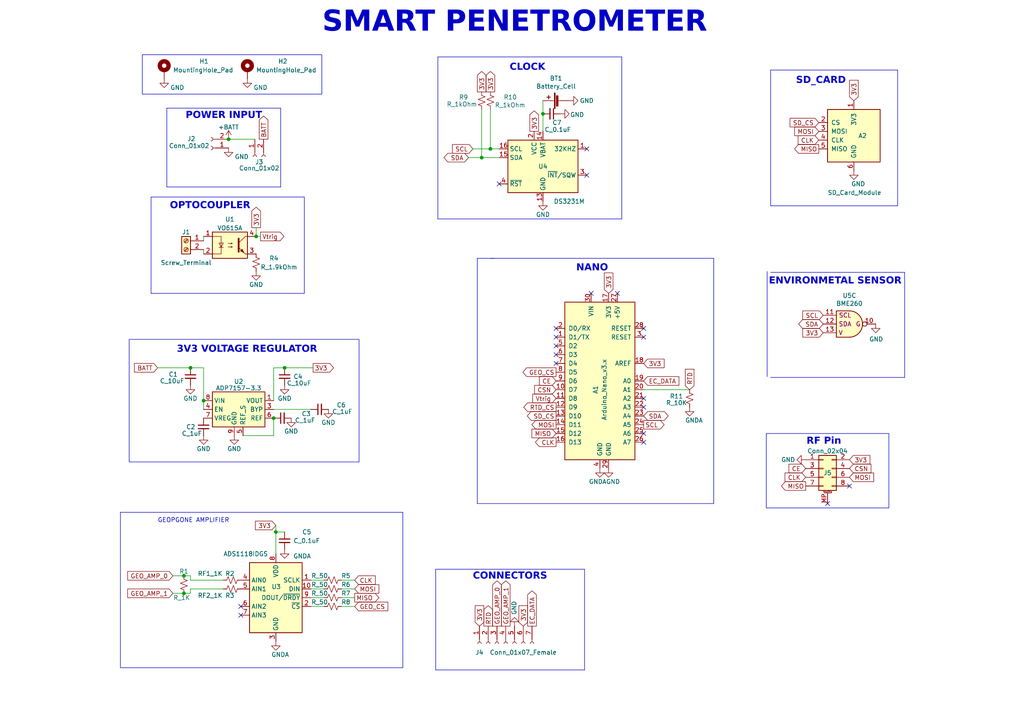
<source format=kicad_sch>
(kicad_sch (version 20230121) (generator eeschema)
  (paper "A4")
  (title_block (title "PENETROMETER BOARD") (date "2023-05-05") (company "ARTS LAB") (comment 1 "Designer: Malichi Flemming II"))
  (lib_symbols
    (symbol "4xxx:4023" (pin_names (offset 1.016))
      (property "Reference" "U" (at 0 1.27 0))
      (property "Value" "4023" (at 0 -1.27 0))
      (symbol "4023_1_1"
        (arc (start 0 -3.81) (mid 3.7934 0) (end 0 3.81) (stroke (width 0.254)) (fill (type background)))
        (polyline (pts (xy 0 3.81) (xy -3.81 3.81) (xy -3.81 -3.81) (xy 0 -3.81)) (stroke (width 0.254)) (fill (type background)))
        (pin input line (at -7.62 2.54 0) (length 3.81) (name "~") (number "1"))
        (pin input line (at -7.62 0 0) (length 3.81) (name "~") (number "2"))
        (pin input line (at -7.62 -2.54 0) (length 3.81) (name "~") (number "8"))
        (pin output inverted (at 7.62 0 180) (length 3.81) (name "~") (number "9"))
      )
      (symbol "4023_1_2"
        (arc (start -3.81 -3.81) (mid -2.589 0) (end -3.81 3.81) (stroke (width 0.254)))
        (arc (start -0.6096 -3.81) (mid 2.1842 -2.5851) (end 3.81 0) (stroke (width 0.254)) (fill (type background)))
        (polyline (pts (xy -3.81 -3.81) (xy -0.635 -3.81)) (stroke (width 0.254)) (fill (type background)))
        (polyline (pts (xy -3.81 3.81) (xy -0.635 3.81)) (stroke (width 0.254)) (fill (type background)))
        (polyline (pts (xy -0.635 3.81) (xy -3.81 3.81) (xy -3.81 3.81) (xy -3.556 3.4036) (xy -3.0226 2.2606) (xy -2.6924 1.0414) (xy -2.6162 -0.254) (xy -2.7686 -1.4986) (xy -3.175 -2.7178) (xy -3.81 -3.81) (xy -3.81 -3.81) (xy -0.635 -3.81)) (stroke (width -25.4)) (fill (type background)))
        (arc (start 3.81 0) (mid 2.1915 2.5936) (end -0.6096 3.81) (stroke (width 0.254)) (fill (type background)))
        (pin input inverted (at -7.62 2.54 0) (length 4.318) (name "~") (number "1"))
        (pin input inverted (at -7.62 0 0) (length 4.953) (name "~") (number "2"))
        (pin input inverted (at -7.62 -2.54 0) (length 4.318) (name "~") (number "8"))
        (pin output line (at 7.62 0 180) (length 3.81) (name "~") (number "9"))
      )
      (symbol "4023_2_1"
        (arc (start 0 -3.81) (mid 3.7934 0) (end 0 3.81) (stroke (width 0.254)) (fill (type background)))
        (polyline (pts (xy 0 3.81) (xy -3.81 3.81) (xy -3.81 -3.81) (xy 0 -3.81)) (stroke (width 0.254)) (fill (type background)))
        (pin input line (at -7.62 2.54 0) (length 3.81) (name "~") (number "3"))
        (pin input line (at -7.62 0 0) (length 3.81) (name "~") (number "4"))
        (pin input line (at -7.62 -2.54 0) (length 3.81) (name "~") (number "5"))
        (pin output inverted (at 7.62 0 180) (length 3.81) (name "~") (number "6"))
      )
      (symbol "4023_2_2"
        (arc (start -3.81 -3.81) (mid -2.589 0) (end -3.81 3.81) (stroke (width 0.254)))
        (arc (start -0.6096 -3.81) (mid 2.1842 -2.5851) (end 3.81 0) (stroke (width 0.254)) (fill (type background)))
        (polyline (pts (xy -3.81 -3.81) (xy -0.635 -3.81)) (stroke (width 0.254)) (fill (type background)))
        (polyline (pts (xy -3.81 3.81) (xy -0.635 3.81)) (stroke (width 0.254)) (fill (type background)))
        (polyline (pts (xy -0.635 3.81) (xy -3.81 3.81) (xy -3.81 3.81) (xy -3.556 3.4036) (xy -3.0226 2.2606) (xy -2.6924 1.0414) (xy -2.6162 -0.254) (xy -2.7686 -1.4986) (xy -3.175 -2.7178) (xy -3.81 -3.81) (xy -3.81 -3.81) (xy -0.635 -3.81)) (stroke (width -25.4)) (fill (type background)))
        (arc (start 3.81 0) (mid 2.1915 2.5936) (end -0.6096 3.81) (stroke (width 0.254)) (fill (type background)))
        (pin input inverted (at -7.62 2.54 0) (length 4.318) (name "~") (number "3"))
        (pin input inverted (at -7.62 0 0) (length 4.953) (name "~") (number "4"))
        (pin input inverted (at -7.62 -2.54 0) (length 4.318) (name "~") (number "5"))
        (pin output line (at 7.62 0 180) (length 3.81) (name "~") (number "6"))
      )
      (symbol "4023_3_1"
        (arc (start 0 -3.81) (mid 3.7934 0) (end 0 3.81) (stroke (width 0.254)) (fill (type background)))
        (polyline (pts (xy 0 3.81) (xy -3.81 3.81) (xy -3.81 -3.81) (xy 0 -3.81)) (stroke (width 0.254)) (fill (type background)))
        (pin output inverted (at 7.62 0 180) (length 3.81) (name "~") (number "10"))
        (pin input line (at -7.62 2.54 0) (length 3.81) (name "~") (number "11"))
        (pin input line (at -7.62 0 0) (length 3.81) (name "~") (number "12"))
        (pin input line (at -7.62 -2.54 0) (length 3.81) (name "~") (number "13"))
      )
      (symbol "4023_3_2"
        (arc (start -3.81 -3.81) (mid -2.589 0) (end -3.81 3.81) (stroke (width 0.254)))
        (arc (start -0.6096 -3.81) (mid 2.1842 -2.5851) (end 3.81 0) (stroke (width 0.254)) (fill (type background)))
        (polyline (pts (xy -3.81 -3.81) (xy -0.635 -3.81)) (stroke (width 0.254)) (fill (type background)))
        (polyline (pts (xy -3.81 3.81) (xy -0.635 3.81)) (stroke (width 0.254)) (fill (type background)))
        (polyline (pts (xy -0.635 3.81) (xy -3.81 3.81) (xy -3.81 3.81) (xy -3.556 3.4036) (xy -3.0226 2.2606) (xy -2.6924 1.0414) (xy -2.6162 -0.254) (xy -2.7686 -1.4986) (xy -3.175 -2.7178) (xy -3.81 -3.81) (xy -3.81 -3.81) (xy -0.635 -3.81)) (stroke (width -25.4)) (fill (type background)))
        (arc (start 3.81 0) (mid 2.1915 2.5936) (end -0.6096 3.81) (stroke (width 0.254)) (fill (type background)))
        (pin output line (at 7.62 0 180) (length 3.81) (name "~") (number "10"))
        (pin input inverted (at -7.62 2.54 0) (length 4.318) (name "~") (number "11"))
        (pin input inverted (at -7.62 0 0) (length 4.953) (name "~") (number "12"))
        (pin input inverted (at -7.62 -2.54 0) (length 4.318) (name "~") (number "13"))
      )
      (symbol "4023_4_0"
        (pin power_in line (at 0 12.7 270) (length 5.08) (name "VDD") (number "14"))
        (pin power_in line (at 0 -12.7 90) (length 5.08) (name "VSS") (number "7"))
      )
      (symbol "4023_4_1"
        (rectangle (start -5.08 7.62) (end 5.08 -7.62) (stroke (width 0.254)) (fill (type background)))
      )
    )
    (symbol "Analog_ADC:ADS1118IDGS"
      (property "Reference" "U" (at 1.27 13.97 0))
      (property "Value" "ADS1118IDGS" (at 1.27 11.43 0))
      (symbol "ADS1118IDGS_0_1"
        (rectangle (start 7.62 10.16) (end -7.62 -10.16) (stroke (width 0.254)) (fill (type background)))
      )
      (symbol "ADS1118IDGS_1_1"
        (pin input line (at 10.16 5.08 180) (length 2.54) (name "SCLK") (number "1"))
        (pin input line (at 10.16 2.54 180) (length 2.54) (name "DIN") (number "10"))
        (pin input line (at 10.16 -2.54 180) (length 2.54) (name "~{CS}") (number "2"))
        (pin power_in line (at 0 -12.7 90) (length 2.54) (name "GND") (number "3"))
        (pin input line (at -10.16 5.08 0) (length 2.54) (name "AIN0") (number "4"))
        (pin input line (at -10.16 2.54 0) (length 2.54) (name "AIN1") (number "5"))
        (pin input line (at -10.16 -2.54 0) (length 2.54) (name "AIN2") (number "6"))
        (pin input line (at -10.16 -5.08 0) (length 2.54) (name "AIN3") (number "7"))
        (pin power_in line (at 0 12.7 270) (length 2.54) (name "VDD") (number "8"))
        (pin output line (at 10.16 0 180) (length 2.54) (name "DOUT/~{DRDY}") (number "9"))
      )
    )
    (symbol "Connector:Conn_01x02_Female" (pin_names (offset 1.016) hide)
      (property "Reference" "J" (at 0 2.54 0))
      (property "Value" "Conn_01x02_Female" (at 0 -5.08 0))
      (symbol "Conn_01x02_Female_1_1"
        (arc (start 0 -2.032) (mid -0.5058 -2.54) (end 0 -3.048) (stroke (width 0.1524)))
        (polyline (pts (xy -1.27 -2.54) (xy -0.508 -2.54)) (stroke (width 0.1524)))
        (polyline (pts (xy -1.27 0) (xy -0.508 0)) (stroke (width 0.1524)))
        (arc (start 0 0.508) (mid -0.5058 0) (end 0 -0.508) (stroke (width 0.1524)))
        (pin passive line (at -5.08 0 0) (length 3.81) (name "Pin_1") (number "1"))
        (pin passive line (at -5.08 -2.54 0) (length 3.81) (name "Pin_2") (number "2"))
      )
    )
    (symbol "Connector:Conn_01x07_Female" (pin_names (offset 1.016) hide)
      (property "Reference" "J" (at 0 10.16 0))
      (property "Value" "Conn_01x07_Female" (at 0 -10.16 0))
      (symbol "Conn_01x07_Female_1_1"
        (arc (start 0 -7.112) (mid -0.5058 -7.62) (end 0 -8.128) (stroke (width 0.1524)))
        (arc (start 0 -4.572) (mid -0.5058 -5.08) (end 0 -5.588) (stroke (width 0.1524)))
        (arc (start 0 -2.032) (mid -0.5058 -2.54) (end 0 -3.048) (stroke (width 0.1524)))
        (polyline (pts (xy -1.27 -7.62) (xy -0.508 -7.62)) (stroke (width 0.1524)))
        (polyline (pts (xy -1.27 -5.08) (xy -0.508 -5.08)) (stroke (width 0.1524)))
        (polyline (pts (xy -1.27 -2.54) (xy -0.508 -2.54)) (stroke (width 0.1524)))
        (polyline (pts (xy -1.27 0) (xy -0.508 0)) (stroke (width 0.1524)))
        (polyline (pts (xy -1.27 2.54) (xy -0.508 2.54)) (stroke (width 0.1524)))
        (polyline (pts (xy -1.27 5.08) (xy -0.508 5.08)) (stroke (width 0.1524)))
        (polyline (pts (xy -1.27 7.62) (xy -0.508 7.62)) (stroke (width 0.1524)))
        (arc (start 0 0.508) (mid -0.5058 0) (end 0 -0.508) (stroke (width 0.1524)))
        (arc (start 0 3.048) (mid -0.5058 2.54) (end 0 2.032) (stroke (width 0.1524)))
        (arc (start 0 5.588) (mid -0.5058 5.08) (end 0 4.572) (stroke (width 0.1524)))
        (arc (start 0 8.128) (mid -0.5058 7.62) (end 0 7.112) (stroke (width 0.1524)))
        (pin passive line (at -5.08 7.62 0) (length 3.81) (name "Pin_1") (number "1"))
        (pin passive line (at -5.08 5.08 0) (length 3.81) (name "Pin_2") (number "2"))
        (pin passive line (at -5.08 2.54 0) (length 3.81) (name "Pin_3") (number "3"))
        (pin passive line (at -5.08 0 0) (length 3.81) (name "Pin_4") (number "4"))
        (pin passive line (at -5.08 -2.54 0) (length 3.81) (name "Pin_5") (number "5"))
        (pin passive line (at -5.08 -5.08 0) (length 3.81) (name "Pin_6") (number "6"))
        (pin passive line (at -5.08 -7.62 0) (length 3.81) (name "Pin_7") (number "7"))
      )
    )
    (symbol "Connector:Screw_Terminal_01x02" (pin_names (offset 1.016) hide)
      (property "Reference" "J" (at 0 2.54 0))
      (property "Value" "Screw_Terminal_01x02" (at 0 -5.08 0))
      (symbol "Screw_Terminal_01x02_1_1"
        (rectangle (start -1.27 1.27) (end 1.27 -3.81) (stroke (width 0.254)) (fill (type background)))
        (circle (center 0 -2.54) (radius 0.635) (stroke (width 0.1524)))
        (polyline (pts (xy -0.5334 -2.2098) (xy 0.3302 -3.048)) (stroke (width 0.1524)))
        (polyline (pts (xy -0.5334 0.3302) (xy 0.3302 -0.508)) (stroke (width 0.1524)))
        (polyline (pts (xy -0.3556 -2.032) (xy 0.508 -2.8702)) (stroke (width 0.1524)))
        (polyline (pts (xy -0.3556 0.508) (xy 0.508 -0.3302)) (stroke (width 0.1524)))
        (circle (center 0 0) (radius 0.635) (stroke (width 0.1524)))
        (pin passive line (at -5.08 0 0) (length 3.81) (name "Pin_1") (number "1"))
        (pin passive line (at -5.08 -2.54 0) (length 3.81) (name "Pin_2") (number "2"))
      )
    )
    (symbol "Connector_Generic_MountingPin:Conn_02x04_Odd_Even_MountingPin" (pin_names (offset 1.016) hide)
      (property "Reference" "J" (at 1.27 5.08 0))
      (property "Value" "Conn_02x04_Odd_Even_MountingPin" (at 2.54 -7.62 0))
      (symbol "Conn_02x04_Odd_Even_MountingPin_1_1"
        (rectangle (start -1.27 -4.953) (end 0 -5.207) (stroke (width 0.1524)))
        (rectangle (start -1.27 -2.413) (end 0 -2.667) (stroke (width 0.1524)))
        (rectangle (start -1.27 0.127) (end 0 -0.127) (stroke (width 0.1524)))
        (rectangle (start -1.27 2.667) (end 0 2.413) (stroke (width 0.1524)))
        (rectangle (start -1.27 3.81) (end 3.81 -6.35) (stroke (width 0.254)) (fill (type background)))
        (polyline (pts (xy 0.254 -7.112) (xy 2.286 -7.112)) (stroke (width 0.1524)))
        (rectangle (start 3.81 -4.953) (end 2.54 -5.207) (stroke (width 0.1524)))
        (rectangle (start 3.81 -2.413) (end 2.54 -2.667) (stroke (width 0.1524)))
        (rectangle (start 3.81 0.127) (end 2.54 -0.127) (stroke (width 0.1524)))
        (rectangle (start 3.81 2.667) (end 2.54 2.413) (stroke (width 0.1524)))
        (text "Mounting" (at 1.27 -6.731 0) (effects (font (size 0.381 0.381))))
        (pin passive line (at -5.08 2.54 0) (length 3.81) (name "Pin_1") (number "1"))
        (pin passive line (at 7.62 2.54 180) (length 3.81) (name "Pin_2") (number "2"))
        (pin passive line (at -5.08 0 0) (length 3.81) (name "Pin_3") (number "3"))
        (pin passive line (at 7.62 0 180) (length 3.81) (name "Pin_4") (number "4"))
        (pin passive line (at -5.08 -2.54 0) (length 3.81) (name "Pin_5") (number "5"))
        (pin passive line (at 7.62 -2.54 180) (length 3.81) (name "Pin_6") (number "6"))
        (pin passive line (at -5.08 -5.08 0) (length 3.81) (name "Pin_7") (number "7"))
        (pin passive line (at 7.62 -5.08 180) (length 3.81) (name "Pin_8") (number "8"))
        (pin passive line (at 1.27 -10.16 90) (length 3.048) (name "MountPin") (number "MP"))
      )
    )
    (symbol "Device:Battery_Cell" (pin_numbers hide) (pin_names (offset 0) hide)
      (property "Reference" "BT" (at 2.54 2.54 0))
      (property "Value" "Battery_Cell" (at 2.54 0 0))
      (symbol "Battery_Cell_0_1"
        (rectangle (start -2.286 1.778) (end 2.286 1.524) (fill (type outline)))
        (rectangle (start -1.5748 1.1938) (end 1.4732 0.6858) (fill (type outline)))
        (polyline (pts (xy 0 0.762) (xy 0 0)))
        (polyline (pts (xy 0 1.778) (xy 0 2.54)))
        (polyline (pts (xy 0.508 3.429) (xy 1.524 3.429)) (stroke (width 0.254)))
        (polyline (pts (xy 1.016 3.937) (xy 1.016 2.921)) (stroke (width 0.254)))
      )
      (symbol "Battery_Cell_1_1"
        (pin passive line (at 0 5.08 270) (length 2.54) (name "+") (number "1"))
        (pin passive line (at 0 -2.54 90) (length 2.54) (name "-") (number "2"))
      )
    )
    (symbol "Device:C_Small" (pin_numbers hide) (pin_names (offset 0.254) hide)
      (property "Reference" "C" (at 0.254 1.778 0))
      (property "Value" "C_Small" (at 0.254 -2.032 0))
      (symbol "C_Small_0_1"
        (polyline (pts (xy -1.524 -0.508) (xy 1.524 -0.508)) (stroke (width 0.3302)))
        (polyline (pts (xy -1.524 0.508) (xy 1.524 0.508)) (stroke (width 0.3048)))
      )
      (symbol "C_Small_1_1"
        (pin passive line (at 0 2.54 270) (length 2.032) (name "~") (number "1"))
        (pin passive line (at 0 -2.54 90) (length 2.032) (name "~") (number "2"))
      )
    )
    (symbol "Device:R_Small_US" (pin_numbers hide) (pin_names (offset 0.254) hide)
      (property "Reference" "R" (at 0.762 0.508 0))
      (property "Value" "R_Small_US" (at 0.762 -1.016 0))
      (symbol "R_Small_US_1_1"
        (polyline (pts (xy 0 0) (xy 1.016 -0.381) (xy 0 -0.762) (xy -1.016 -1.143) (xy 0 -1.524)))
        (polyline (pts (xy 0 1.524) (xy 1.016 1.143) (xy 0 0.762) (xy -1.016 0.381) (xy 0 0)))
        (pin passive line (at 0 2.54 270) (length 1.016) (name "~") (number "1"))
        (pin passive line (at 0 -2.54 90) (length 1.016) (name "~") (number "2"))
      )
    )
    (symbol "Isolator:VO615A" (pin_names (offset 0.762))
      (property "Reference" "U" (at 0 7.62 0))
      (property "Value" "VO615A" (at 0 5.08 0))
      (symbol "VO615A_0_1"
        (rectangle (start -5.08 3.81) (end 5.08 -3.81) (stroke (width 0.254)) (fill (type background)))
        (polyline (pts (xy -3.175 -0.635) (xy -1.905 -0.635)))
        (polyline (pts (xy 2.54 0.635) (xy 4.445 2.54)))
        (polyline (pts (xy 4.445 -2.54) (xy 2.54 -0.635)) (fill (type outline)))
        (polyline (pts (xy 4.445 -2.54) (xy 5.08 -2.54)))
        (polyline (pts (xy 4.445 2.54) (xy 5.08 2.54)))
        (polyline (pts (xy 2.54 1.905) (xy 2.54 -1.905) (xy 2.54 -1.905)) (stroke (width 0.508)))
        (polyline (pts (xy -5.08 2.54) (xy -2.54 2.54) (xy -2.54 -2.54) (xy -5.08 -2.54)))
        (polyline (pts (xy -2.54 -0.635) (xy -3.175 0.635) (xy -1.905 0.635) (xy -2.54 -0.635)))
        (polyline (pts (xy -0.508 -0.508) (xy 0.762 -0.508) (xy 0.381 -0.635) (xy 0.381 -0.381) (xy 0.762 -0.508)))
        (polyline (pts (xy -0.508 0.508) (xy 0.762 0.508) (xy 0.381 0.381) (xy 0.381 0.635) (xy 0.762 0.508)))
        (polyline (pts (xy 3.048 -1.651) (xy 3.556 -1.143) (xy 4.064 -2.159) (xy 3.048 -1.651) (xy 3.048 -1.651)) (fill (type outline)))
      )
      (symbol "VO615A_1_1"
        (pin passive line (at -7.62 2.54 0) (length 2.54) (name "~") (number "1"))
        (pin passive line (at -7.62 -2.54 0) (length 2.54) (name "~") (number "2"))
        (pin passive line (at 7.62 -2.54 180) (length 2.54) (name "~") (number "3"))
        (pin passive line (at 7.62 2.54 180) (length 2.54) (name "~") (number "4"))
      )
    )
    (symbol "Mechanical:MountingHole_Pad" (pin_numbers hide) (pin_names (offset 1.016) hide)
      (property "Reference" "H" (at 0 6.35 0))
      (property "Value" "MountingHole_Pad" (at 0 4.445 0))
      (symbol "MountingHole_Pad_0_1"
        (circle (center 0 1.27) (radius 1.27) (stroke (width 1.27)))
      )
      (symbol "MountingHole_Pad_1_1"
        (pin input line (at 0 -2.54 90) (length 2.54) (name "1") (number "1"))
      )
    )
    (symbol "Regulator_Linear:ADP7142ARDZ-3.3"
      (property "Reference" "U5" (at 0 8.0899 0))
      (property "Value" "ADP7157-3.3" (at 0 6.1689 0))
      (symbol "ADP7142ARDZ-3.3_0_1"
        (rectangle (start -7.62 5.08) (end 7.62 -5.08) (stroke (width 0.254)) (fill (type background)))
      )
      (symbol "ADP7142ARDZ-3.3_1_1"
        (pin power_out line (at 10.16 2.54 180) (length 2.54) (name "VOUT") (number "1"))
        (pin passive line (at 10.16 2.54 180) (length 2.54) hide (name "VOUT") (number "2"))
        (pin input line (at 10.16 0 180) (length 2.54) (name "BYP") (number "3"))
        (pin power_in line (at -10.16 0 0) (length 2.54) (name "EN") (number "4"))
        (pin input line (at 1.27 -7.62 90) (length 2.54) (name "REF_S") (number "5"))
        (pin passive line (at 10.16 -2.54 180) (length 2.54) (name "REF") (number "6"))
        (pin passive line (at -10.16 -2.54 0) (length 2.54) (name "VREG") (number "7"))
        (pin power_in line (at -10.16 2.54 0) (length 2.54) (name "VIN") (number "8"))
        (pin power_in line (at -1.27 -7.62 90) (length 2.54) (name "GND") (number "9"))
      )
    )
    (symbol "Timer_RTC:DS3231M"
      (property "Reference" "U" (at -7.62 8.89 0))
      (property "Value" "DS3231M" (at 10.16 8.89 0))
      (symbol "DS3231M_0_1"
        (rectangle (start -10.16 7.62) (end 10.16 -7.62) (stroke (width 0.254)) (fill (type background)))
      )
      (symbol "DS3231M_1_1"
        (pin open_collector line (at 12.7 5.08 180) (length 2.54) (name "32KHZ") (number "1"))
        (pin passive line (at 0 -10.16 90) (length 2.54) hide (name "GND") (number "10"))
        (pin passive line (at 0 -10.16 90) (length 2.54) hide (name "GND") (number "11"))
        (pin passive line (at 0 -10.16 90) (length 2.54) hide (name "GND") (number "12"))
        (pin power_in line (at 0 -10.16 90) (length 2.54) (name "GND") (number "13"))
        (pin power_in line (at 0 10.16 270) (length 2.54) (name "VBAT") (number "14"))
        (pin bidirectional line (at -12.7 2.54 0) (length 2.54) (name "SDA") (number "15"))
        (pin input line (at -12.7 5.08 0) (length 2.54) (name "SCL") (number "16"))
        (pin power_in line (at -2.54 10.16 270) (length 2.54) (name "VCC") (number "2"))
        (pin open_collector line (at 12.7 -2.54 180) (length 2.54) (name "~{INT}/SQW") (number "3"))
        (pin bidirectional line (at -12.7 -5.08 0) (length 2.54) (name "~{RST}") (number "4"))
        (pin passive line (at 0 -10.16 90) (length 2.54) hide (name "GND") (number "5"))
        (pin passive line (at 0 -10.16 90) (length 2.54) hide (name "GND") (number "6"))
        (pin passive line (at 0 -10.16 90) (length 2.54) hide (name "GND") (number "7"))
        (pin passive line (at 0 -10.16 90) (length 2.54) hide (name "GND") (number "8"))
        (pin passive line (at 0 -10.16 90) (length 2.54) hide (name "GND") (number "9"))
      )
    )
    (symbol "power:+BATT" (power) (pin_names (offset 0))
      (property "Value" "+BATT" (at 0 3.556 0))
      (symbol "+BATT_0_1"
        (polyline (pts (xy -0.762 1.27) (xy 0 2.54)))
        (polyline (pts (xy 0 0) (xy 0 2.54)))
        (polyline (pts (xy 0 2.54) (xy 0.762 1.27)))
      )
      (symbol "+BATT_1_1"
        (pin power_in line (at 0 0 90) (length 0) hide (name "+BATT") (number "1"))
      )
    )
    (symbol "power:GND" (power) (pin_names (offset 0))
      (property "Value" "GND" (at 0 -3.81 0))
      (symbol "GND_0_1"
        (polyline (pts (xy 0 0) (xy 0 -1.27) (xy 1.27 -1.27) (xy 0 -2.54) (xy -1.27 -1.27) (xy 0 -1.27)))
      )
      (symbol "GND_1_1"
        (pin power_in line (at 0 0 270) (length 0) hide (name "GND") (number "1"))
      )
    )
    (symbol "power:GNDA" (power) (pin_names (offset 0))
      (property "Value" "GNDA" (at 0 -3.81 0))
      (symbol "GNDA_0_1"
        (polyline (pts (xy 0 0) (xy 0 -1.27) (xy 1.27 -1.27) (xy 0 -2.54) (xy -1.27 -1.27) (xy 0 -1.27)))
      )
      (symbol "GNDA_1_1"
        (pin power_in line (at 0 0 270) (length 0) hide (name "GNDA") (number "1"))
      )
    )
    (symbol "smart-penetrometer-update-rescue:Arduino_Nano_v3.x-MCU_Module-kitest-rescue-smart-penetrometer-rescue-smart-penetrometer-update-rescue" (pin_names (offset 1.016))
      (property "Reference" "A" (at -5.08 26.035 0))
      (property "Value" "Arduino_Nano_v3.x-MCU_Module-kitest-rescue-smart-penetrometer-rescue-smart-penetrometer-update-rescue" (at -5.08 24.13 0))
      (symbol "Arduino_Nano_v3.x-MCU_Module-kitest-rescue-smart-penetrometer-rescue-smart-penetrometer-update-rescue_0_1"
        (rectangle (start -10.16 22.86) (end 10.16 -22.86) (stroke (width 0.254)) (fill (type background)))
      )
      (symbol "Arduino_Nano_v3.x-MCU_Module-kitest-rescue-smart-penetrometer-rescue-smart-penetrometer-update-rescue_1_1"
        (pin bidirectional line (at -12.7 12.7 0) (length 2.54) (name "D1/TX") (number "1"))
        (pin bidirectional line (at -12.7 -2.54 0) (length 2.54) (name "D7") (number "10"))
        (pin bidirectional line (at -12.7 -5.08 0) (length 2.54) (name "D8") (number "11"))
        (pin bidirectional line (at -12.7 -7.62 0) (length 2.54) (name "D9") (number "12"))
        (pin bidirectional line (at -12.7 -10.16 0) (length 2.54) (name "D10") (number "13"))
        (pin bidirectional line (at -12.7 -12.7 0) (length 2.54) (name "D11") (number "14"))
        (pin bidirectional line (at -12.7 -15.24 0) (length 2.54) (name "D12") (number "15"))
        (pin bidirectional line (at -12.7 -17.78 0) (length 2.54) (name "D13") (number "16"))
        (pin power_out line (at 2.54 25.4 270) (length 2.54) (name "3V3") (number "17"))
        (pin input line (at 12.7 5.08 180) (length 2.54) (name "AREF") (number "18"))
        (pin bidirectional line (at 12.7 0 180) (length 2.54) (name "A0") (number "19"))
        (pin bidirectional line (at -12.7 15.24 0) (length 2.54) (name "D0/RX") (number "2"))
        (pin bidirectional line (at 12.7 -2.54 180) (length 2.54) (name "A1") (number "20"))
        (pin bidirectional line (at 12.7 -5.08 180) (length 2.54) (name "A2") (number "21"))
        (pin bidirectional line (at 12.7 -7.62 180) (length 2.54) (name "A3") (number "22"))
        (pin bidirectional line (at 12.7 -10.16 180) (length 2.54) (name "A4") (number "23"))
        (pin bidirectional line (at 12.7 -12.7 180) (length 2.54) (name "A5") (number "24"))
        (pin bidirectional line (at 12.7 -15.24 180) (length 2.54) (name "A6") (number "25"))
        (pin bidirectional line (at 12.7 -17.78 180) (length 2.54) (name "A7") (number "26"))
        (pin power_out line (at 5.08 25.4 270) (length 2.54) (name "+5V") (number "27"))
        (pin input line (at 12.7 15.24 180) (length 2.54) (name "RESET") (number "28"))
        (pin power_in line (at 2.54 -25.4 90) (length 2.54) (name "GND") (number "29"))
        (pin input line (at 12.7 12.7 180) (length 2.54) (name "RESET") (number "3"))
        (pin power_in line (at -2.54 25.4 270) (length 2.54) (name "VIN") (number "30"))
        (pin power_in line (at 0 -25.4 90) (length 2.54) (name "GND") (number "4"))
        (pin bidirectional line (at -12.7 10.16 0) (length 2.54) (name "D2") (number "5"))
        (pin bidirectional line (at -12.7 7.62 0) (length 2.54) (name "D3") (number "6"))
        (pin bidirectional line (at -12.7 5.08 0) (length 2.54) (name "D4") (number "7"))
        (pin bidirectional line (at -12.7 2.54 0) (length 2.54) (name "D5") (number "8"))
        (pin bidirectional line (at -12.7 0 0) (length 2.54) (name "D6") (number "9"))
      )
    )
    (symbol "smart-penetrometer-update-rescue:SD_Card_Module-Charleslabs_Parts-kitest-rescue-smart-penetrometer-rescue-smart-penetrometer-update-rescue" (pin_names (offset 1.016))
      (property "Reference" "A" (at -7.62 10.16 0))
      (property "Value" "SD_Card_Module-Charleslabs_Parts-kitest-rescue-smart-penetrometer-rescue-smart-penetrometer-update-rescue" (at 10.16 10.16 0))
      (symbol "SD_Card_Module-Charleslabs_Parts-kitest-rescue-smart-penetrometer-rescue-smart-penetrometer-update-rescue_0_1"
        (rectangle (start -7.62 7.62) (end 7.62 -7.62) (stroke (width 0.254)) (fill (type background)))
      )
      (symbol "SD_Card_Module-Charleslabs_Parts-kitest-rescue-smart-penetrometer-rescue-smart-penetrometer-update-rescue_1_1"
        (pin power_in line (at 0 10.16 270) (length 2.54) (name "3V3") (number "1"))
        (pin input line (at -10.16 3.81 0) (length 2.54) (name "CS") (number "2"))
        (pin input line (at -10.16 1.27 0) (length 2.54) (name "MOSI") (number "3"))
        (pin input line (at -10.16 -1.27 0) (length 2.54) (name "CLK") (number "4"))
        (pin tri_state line (at -10.16 -3.81 0) (length 2.54) (name "MISO") (number "5"))
        (pin power_in line (at 0 -10.16 90) (length 2.54) (name "GND") (number "6"))
      )
    )
  )
  (junction (at 59.055 116.205))
  (junction (at 79.375 121.285))
  (junction (at 82.55 106.68))
  (junction (at 142.24 43.18))
  (junction (at 53.34 167.005))
  (junction (at 157.48 33.02))
  (junction (at 66.294 40.386))
  (junction (at 74.295 68.58))
  (junction (at 53.34 172.085))
  (junction (at 80.01 154.305))
  (junction (at 55.245 106.68))
  (junction (at 139.7 45.72))
  (no_connect (at 171.45 85.09))
  (no_connect (at 246.38 140.97))
  (no_connect (at 186.69 97.79))
  (no_connect (at 240.03 146.05))
  (no_connect (at 186.69 128.27))
  (no_connect (at 161.29 105.41))
  (no_connect (at 186.69 115.57))
  (no_connect (at 179.07 85.09))
  (no_connect (at 186.69 118.11))
  (no_connect (at 161.29 100.33))
  (no_connect (at 144.78 53.34))
  (no_connect (at 161.29 97.79))
  (no_connect (at 161.29 95.25))
  (no_connect (at 170.18 43.18))
  (no_connect (at 186.69 125.73))
  (no_connect (at 69.85 178.435))
  (no_connect (at 170.18 50.8))
  (no_connect (at 161.29 102.87))
  (no_connect (at 186.69 95.25))
  (no_connect (at 69.85 175.895))
  (wire (pts (xy 79.375 116.205) (xy 79.375 106.68)))
  (wire (pts (xy 142.24 43.18) (xy 144.78 43.18)))
  (polyline (pts (xy 262.382 109.474) (xy 223.52 109.474)))
  (wire (pts (xy 80.01 152.4) (xy 80.01 154.305)))
  (wire (pts (xy 139.7 45.72) (xy 144.78 45.72)))
  (wire (pts (xy 79.375 106.68) (xy 82.55 106.68)))
  (polyline (pts (xy 180.34 63.5) (xy 180.34 16.51)))
  (polyline (pts (xy 207.01 146.05) (xy 138.43 146.05)))
  (wire (pts (xy 157.48 33.02) (xy 157.48 38.1)))
  (polyline (pts (xy 138.43 146.05) (xy 138.43 74.93)))
  (wire (pts (xy 99.06 170.815) (xy 102.87 170.815)))
  (wire (pts (xy 79.375 126.365) (xy 79.375 121.285)))
  (polyline (pts (xy 222.504 78.74) (xy 222.504 109.22)))
  (polyline (pts (xy 262.382 78.994) (xy 262.382 109.474)))
  (polyline (pts (xy 43.815 85.09) (xy 88.265 85.09)))
  (wire (pts (xy 59.055 72.39) (xy 59.055 73.66)))
  (polyline (pts (xy 223.52 59.69) (xy 260.35 59.69)))
  (wire (pts (xy 80.01 160.655) (xy 80.01 154.305)))
  (wire (pts (xy 70.485 126.365) (xy 79.375 126.365)))
  (polyline (pts (xy 48.387 31.369) (xy 48.387 54.229)))
  (wire (pts (xy 186.69 113.03) (xy 200.025 113.03)))
  (wire (pts (xy 82.55 106.68) (xy 90.805 106.68)))
  (polyline (pts (xy 260.35 20.32) (xy 223.52 20.32)))
  (polyline (pts (xy 43.815 57.15) (xy 88.265 57.15)))
  (wire (pts (xy 90.17 170.815) (xy 93.98 170.815)))
  (polyline (pts (xy 169.545 165.1) (xy 169.545 194.31)))
  (wire (pts (xy 90.17 168.275) (xy 93.98 168.275)))
  (polyline (pts (xy 81.407 31.369) (xy 48.387 31.369)))
  (polyline (pts (xy 88.265 85.09) (xy 88.265 57.15)))
  (wire (pts (xy 55.245 106.68) (xy 59.055 106.68)))
  (wire (pts (xy 79.375 118.745) (xy 90.17 118.745)))
  (wire (pts (xy 59.055 116.205) (xy 59.055 118.745)))
  (wire (pts (xy 50.165 167.005) (xy 53.34 167.005)))
  (wire (pts (xy 142.24 31.75) (xy 142.24 43.18)))
  (wire (pts (xy 74.295 68.58) (xy 75.565 68.58)))
  (wire (pts (xy 66.294 40.386) (xy 73.914 40.386)))
  (polyline (pts (xy 207.01 74.93) (xy 207.01 146.05)))
  (polyline (pts (xy 81.407 54.229) (xy 81.407 31.369)))
  (wire (pts (xy 55.245 172.085) (xy 53.34 172.085)))
  (wire (pts (xy 90.17 175.895) (xy 93.98 175.895)))
  (polyline (pts (xy 223.52 78.994) (xy 262.382 78.994)))
  (wire (pts (xy 50.165 172.085) (xy 53.34 172.085)))
  (polyline (pts (xy 126.365 165.1) (xy 169.545 165.1)))
  (polyline (pts (xy 138.43 74.93) (xy 143.51 74.93)))
  (wire (pts (xy 59.055 116.205) (xy 59.055 106.68)))
  (wire (pts (xy 137.16 43.18) (xy 142.24 43.18)))
  (polyline (pts (xy 223.52 20.32) (xy 223.52 59.69)))
  (wire (pts (xy 157.48 29.21) (xy 157.48 33.02)))
  (polyline (pts (xy 126.365 194.31) (xy 126.365 165.1)))
  (wire (pts (xy 80.01 154.305) (xy 82.55 154.305)))
  (wire (pts (xy 55.245 167.005) (xy 53.34 167.005)))
  (wire (pts (xy 99.06 173.355) (xy 102.87 173.355)))
  (polyline (pts (xy 43.815 57.15) (xy 43.815 85.09)))
  (polyline (pts (xy 169.545 194.31) (xy 126.365 194.31)))
  (polyline (pts (xy 127 16.51) (xy 180.34 16.51)))
  (wire (pts (xy 64.77 168.275) (xy 55.245 168.275)))
  (polyline (pts (xy 142.24 74.93) (xy 207.01 74.93)))
  (wire (pts (xy 55.245 168.275) (xy 55.245 167.005)))
  (polyline (pts (xy 127 16.51) (xy 127 63.5)))
  (wire (pts (xy 139.7 31.75) (xy 139.7 45.72)))
  (wire (pts (xy 64.77 170.815) (xy 55.245 170.815)))
  (wire (pts (xy 135.89 45.72) (xy 139.7 45.72)))
  (wire (pts (xy 45.72 106.68) (xy 55.245 106.68)))
  (wire (pts (xy 90.17 173.355) (xy 93.98 173.355)))
  (wire (pts (xy 74.295 66.04) (xy 74.295 68.58)))
  (wire (pts (xy 99.06 168.275) (xy 102.87 168.275)))
  (wire (pts (xy 99.06 175.895) (xy 102.87 175.895)))
  (polyline (pts (xy 48.387 54.229) (xy 81.407 54.229)))
  (polyline (pts (xy 260.35 59.69) (xy 260.35 20.32)))
  (polyline (pts (xy 127 63.5) (xy 180.34 63.5)))
  (wire (pts (xy 55.245 170.815) (xy 55.245 172.085)))
  (wire (pts (xy 59.055 68.58) (xy 59.055 69.85)))
  (rectangle (start 41.275 15.875) (end 93.345 27.305))
  (rectangle (start 37.465 98.425) (end 104.14 133.985))
  (rectangle (start 34.925 148.59) (end 116.84 193.675))
  (rectangle (start 222.25 125.73) (end 257.81 147.32))
  (text "SMART PENETROMETER" (at 93.472 11.684 0) (effects (font (size 6 6)) (justify left bottom)))
  (text "GEOPGONE AMPLIFIER" (at 45.72 151.765 0) (effects (font (size 1.27 1.27)) (justify left bottom)))
  (text "POWER INPUT" (at 53.848 35.306 0) (effects (font (size 2 2)) (justify left bottom)))
  (text "3V3 VOLTAGE REGULATOR" (at 51.308 103.124 0) (effects (font (size 2 2)) (justify left bottom)))
  (text "NANO" (at 167.132 79.502 0) (effects (font (size 2 2)) (justify left bottom)))
  (text "CLOCK" (at 147.828 21.336 0) (effects (font (size 2 2)) (justify left bottom)))
  (text "RF Pin" (at 233.934 129.794 0) (effects (font (size 2 2)) (justify left bottom)))
  (text "CONNECTORS" (at 137.16 168.91 0) (effects (font (size 2 2)) (justify left bottom)))
  (text "SD_CARD" (at 230.886 25.146 0) (effects (font (size 2 2)) (justify left bottom)))
  (text "ENVIRONMETAL SENSOR" (at 223.012 83.312 0) (effects (font (size 2 2)) (justify left bottom)))
  (text "OPTOCOUPLER" (at 49.276 61.468 0) (effects (font (size 2 2)) (justify left bottom)))
  (global_label "SDA" (shape bidirectional) (at 135.89 45.72 180) (property "Intersheetrefs" "${INTERSHEET_REFS}" (effects hide)))
  (global_label "SCL" (shape input) (at 137.16 43.18 180) (property "Intersheetrefs" "${INTERSHEET_REFS}" (effects hide)))
  (global_label "CSN" (shape input) (at 161.29 113.03 180) (property "Intersheetrefs" "${INTERSHEET_REFS}" (effects hide)))
  (global_label "GEO_CS" (shape output) (at 161.29 107.95 180) (property "Intersheetrefs" "${INTERSHEET_REFS}" (effects hide)))
  (global_label "EC_DATA" (shape output) (at 154.305 181.61 90) (property "Intersheetrefs" "${INTERSHEET_REFS}" (effects hide)))
  (global_label "3V3" (shape output) (at 74.295 66.04 90) (property "Intersheetrefs" "${INTERSHEET_REFS}" (effects hide)))
  (global_label "CLK" (shape input) (at 233.68 138.43 180) (property "Intersheetrefs" "${INTERSHEET_REFS}" (effects hide)))
  (global_label "MOSI" (shape input) (at 237.49 38.1 180) (property "Intersheetrefs" "${INTERSHEET_REFS}" (effects hide)))
  (global_label "SCL" (shape input) (at 238.76 91.44 180) (property "Intersheetrefs" "${INTERSHEET_REFS}" (effects hide)))
  (global_label "CLK" (shape input) (at 237.49 40.64 180) (property "Intersheetrefs" "${INTERSHEET_REFS}" (effects hide)))
  (global_label "SCL" (shape output) (at 186.69 123.19 0) (property "Intersheetrefs" "${INTERSHEET_REFS}" (effects hide)))
  (global_label "3V3" (shape input) (at 139.065 181.61 90) (property "Intersheetrefs" "${INTERSHEET_REFS}" (effects hide)))
  (global_label "Vtrig" (shape output) (at 75.565 68.58 0) (property "Intersheetrefs" "${INTERSHEET_REFS}" (effects hide)))
  (global_label "3V3" (shape input) (at 186.69 105.41 0) (property "Intersheetrefs" "${INTERSHEET_REFS}" (effects hide)))
  (global_label "RTD_CS" (shape output) (at 161.29 118.11 180) (property "Intersheetrefs" "${INTERSHEET_REFS}" (effects hide)))
  (global_label "3V3" (shape input) (at 151.765 181.61 90) (property "Intersheetrefs" "${INTERSHEET_REFS}" (effects hide)))
  (global_label "EC_DATA" (shape input) (at 186.69 110.49 0) (property "Intersheetrefs" "${INTERSHEET_REFS}" (effects hide)))
  (global_label "CLK" (shape output) (at 161.29 128.27 180) (property "Intersheetrefs" "${INTERSHEET_REFS}" (effects hide)))
  (global_label "GEO_AMP_0" (shape output) (at 144.145 181.61 90) (property "Intersheetrefs" "${INTERSHEET_REFS}" (effects hide)))
  (global_label "GEO_CS" (shape input) (at 102.87 175.895 0) (property "Intersheetrefs" "${INTERSHEET_REFS}" (effects hide)))
  (global_label "MISO" (shape output) (at 102.87 173.355 0) (property "Intersheetrefs" "${INTERSHEET_REFS}" (effects hide)))
  (global_label "GEO_AMP_1" (shape output) (at 146.685 181.61 90) (property "Intersheetrefs" "${INTERSHEET_REFS}" (effects hide)))
  (global_label "3V3" (shape output) (at 139.7 26.67 90) (property "Intersheetrefs" "${INTERSHEET_REFS}" (effects hide)))
  (global_label "CLK" (shape input) (at 102.87 168.275 0) (property "Intersheetrefs" "${INTERSHEET_REFS}" (effects hide)))
  (global_label "BATT" (shape output) (at 76.454 40.386 90) (property "Intersheetrefs" "${INTERSHEET_REFS}" (effects hide)))
  (global_label "SD_CS" (shape input) (at 237.49 35.56 180) (property "Intersheetrefs" "${INTERSHEET_REFS}" (effects hide)))
  (global_label "3V3" (shape input) (at 238.76 96.52 180) (property "Intersheetrefs" "${INTERSHEET_REFS}" (effects hide)))
  (global_label "SDA" (shape bidirectional) (at 238.76 93.98 180) (property "Intersheetrefs" "${INTERSHEET_REFS}" (effects hide)))
  (global_label "MISO" (shape output) (at 233.68 140.97 180) (property "Intersheetrefs" "${INTERSHEET_REFS}" (effects hide)))
  (global_label "CSN" (shape input) (at 246.38 135.89 0) (property "Intersheetrefs" "${INTERSHEET_REFS}" (effects hide)))
  (global_label "GEO_AMP_0" (shape input) (at 50.165 167.005 180) (property "Intersheetrefs" "${INTERSHEET_REFS}" (effects hide)))
  (global_label "SD_CS" (shape output) (at 161.29 120.65 180) (property "Intersheetrefs" "${INTERSHEET_REFS}" (effects hide)))
  (global_label "RTD" (shape input) (at 200.025 113.03 90) (property "Intersheetrefs" "${INTERSHEET_REFS}" (effects hide)))
  (global_label "3V3" (shape output) (at 142.24 26.67 90) (property "Intersheetrefs" "${INTERSHEET_REFS}" (effects hide)))
  (global_label "CE" (shape input) (at 233.68 135.89 180) (property "Intersheetrefs" "${INTERSHEET_REFS}" (effects hide)))
  (global_label "GEO_AMP_1" (shape input) (at 50.165 172.085 180) (property "Intersheetrefs" "${INTERSHEET_REFS}" (effects hide)))
  (global_label "Vtrig" (shape input) (at 161.29 115.57 180) (property "Intersheetrefs" "${INTERSHEET_REFS}" (effects hide)))
  (global_label "3V3" (shape output) (at 90.805 106.68 0) (property "Intersheetrefs" "${INTERSHEET_REFS}" (effects hide)))
  (global_label "MOSI" (shape input) (at 102.87 170.815 0) (property "Intersheetrefs" "${INTERSHEET_REFS}" (effects hide)))
  (global_label "MOSI" (shape input) (at 246.38 138.43 0) (property "Intersheetrefs" "${INTERSHEET_REFS}" (effects hide)))
  (global_label "BATT" (shape input) (at 45.72 106.68 180) (property "Intersheetrefs" "${INTERSHEET_REFS}" (effects hide)))
  (global_label "3V3" (shape input) (at 247.65 29.21 90) (property "Intersheetrefs" "${INTERSHEET_REFS}" (effects hide)))
  (global_label "RTD" (shape output) (at 141.605 181.61 90) (property "Intersheetrefs" "${INTERSHEET_REFS}" (effects hide)))
  (global_label "3V3" (shape input) (at 80.01 152.4 180) (property "Intersheetrefs" "${INTERSHEET_REFS}" (effects hide)))
  (global_label "3V3" (shape output) (at 154.94 38.1 90) (property "Intersheetrefs" "${INTERSHEET_REFS}" (effects hide)))
  (global_label "CE" (shape input) (at 161.29 110.49 180) (property "Intersheetrefs" "${INTERSHEET_REFS}" (effects hide)))
  (global_label "3V3" (shape input) (at 176.53 85.09 90) (property "Intersheetrefs" "${INTERSHEET_REFS}" (effects hide)))
  (global_label "MISO" (shape input) (at 161.29 125.73 180) (property "Intersheetrefs" "${INTERSHEET_REFS}" (effects hide)))
  (global_label "MISO" (shape output) (at 237.49 43.18 180) (property "Intersheetrefs" "${INTERSHEET_REFS}" (effects hide)))
  (global_label "3V3" (shape input) (at 246.38 133.35 0) (property "Intersheetrefs" "${INTERSHEET_REFS}" (effects hide)))
  (global_label "SDA" (shape bidirectional) (at 186.69 120.65 0) (property "Intersheetrefs" "${INTERSHEET_REFS}" (effects hide)))
  (global_label "MOSI" (shape output) (at 161.29 123.19 180) (property "Intersheetrefs" "${INTERSHEET_REFS}" (effects hide)))
  (symbol (lib_id "power:GND") (at 74.295 78.74 0) (unit 1)
    (property "Reference" "#PWR08" (effects hide))
    (property "Value" "GND" (at 74.295 82.55 0))
  )
  (symbol (lib_id "Connector:Conn_01x02_Female") (at 73.914 45.466 90) (mirror x) (unit 1)
    (property "Reference" "J3" (at 75.184 46.99 90))
    (property "Value" "Conn_01x02" (at 75.184 48.768 90))
    (property "Footprint" "Connector_PinSocket_2.54mm:PinSocket_1x02_P2.54mm_Horizontal" (effects hide))
  )
  (symbol (lib_id "power:GND") (at 71.755 22.86 0) (unit 1)
    (property "Reference" "#PWR07" (effects hide))
    (property "Value" "GND" (at 75.565 25.4 0))
  )
  (symbol (lib_id "Device:Battery_Cell") (at 162.56 29.21 90) (unit 1)
    (property "Reference" "BT1" (at 161.29 22.733 90))
    (property "Value" "Battery_Cell" (at 161.29 25.0444 90))
    (property "Footprint" "kitest:battery_holder_10mm" (effects hide))
  )
  (symbol (lib_id "power:+BATT") (at 66.294 40.386 0) (unit 1)
    (property "Reference" "#PWR04" (effects hide))
    (property "Value" "+BATT" (at 66.294 36.8841 0))
  )
  (symbol (lib_id "Device:R_Small_US") (at 74.295 76.2 0) (unit 1)
    (property "Reference" "R4" (at 78.105 74.93 0) (effects (justify left)))
    (property "Value" "R_1.9kOhm" (at 75.565 77.47 0) (effects (justify left)))
    (property "Footprint" "Resistor_SMD:R_1206_3216Metric" (effects hide))
  )
  (symbol (lib_id "power:GND") (at 82.55 111.76 0) (unit 1)
    (property "Reference" "#PWR010" (effects hide))
    (property "Value" "GND" (at 82.55 115.57 0))
  )
  (symbol (lib_id "power:GND") (at 59.055 126.365 0) (unit 1)
    (property "Reference" "#PWR03" (effects hide))
    (property "Value" "GND" (at 59.055 130.175 0))
  )
  (symbol (lib_id "smart-penetrometer-update-rescue:SD_Card_Module-Charleslabs_Parts-kitest-rescue-smart-penetrometer-rescue-smart-penetrometer-update-rescue") (at 247.65 39.37 0) (unit 1)
    (property "Reference" "A2" (at 248.92 39.37 0) (effects (justify left)))
    (property "Value" "SD_Card_Module" (at 240.03 55.88 0) (effects (justify left)))
    (property "Footprint" "kitest:SD Module" (effects hide))
  )
  (symbol (lib_id "Isolator:VO615A") (at 66.675 71.12 0) (unit 1)
    (property "Reference" "U1" (at 66.675 63.6102 0))
    (property "Value" "VO615A" (at 66.675 66.1471 0))
    (property "Footprint" "footprints:Vishay_VOS615A" (effects hide))
    (property "Datasheet" "http://www.vishay.com/docs/81753/vo615a.pdf" (effects hide))
  )
  (symbol (lib_id "power:GND") (at 165.1 29.21 90) (unit 1)
    (property "Reference" "#PWR017" (effects hide))
    (property "Value" "GND" (at 170.18 29.21 90))
  )
  (symbol (lib_id "Timer_RTC:DS3231M") (at 157.48 48.26 0) (unit 1)
    (property "Reference" "U4" (at 157.48 48.26 0))
    (property "Value" "DS3231M" (at 165.1 58.42 0))
    (property "Footprint" "Package_SO:SOIC-16W_7.5x10.3mm_P1.27mm" (effects hide))
    (property "Datasheet" "http://datasheets.maximintegrated.com/en/ds/DS3231.pdf" (effects hide))
  )
  (symbol (lib_id "Device:C_Small") (at 92.71 118.745 90) (unit 1)
    (property "Reference" "C6" (at 100.33 117.475 90) (effects (justify left)))
    (property "Value" "C_1uF" (at 102.235 119.38 90) (effects (justify left)))
    (property "Footprint" "Capacitor_SMD:C_1206_3216Metric" (effects hide))
  )
  (symbol (lib_id "Connector_Generic_MountingPin:Conn_02x04_Odd_Even_MountingPin") (at 238.76 135.89 0) (unit 1)
    (property "Reference" "J5" (at 240.03 137.16 0))
    (property "Value" "Conn_02x04" (at 240.03 130.81 0))
    (property "Footprint" "Connector_PinSocket_2.54mm:PinSocket_2x04_P2.54mm_Vertical" (effects hide))
  )
  (symbol (lib_id "Connector:Screw_Terminal_01x02") (at 53.975 69.85 0) (mirror y) (unit 1)
    (property "Reference" "J1" (at 53.975 67.31 0))
    (property "Value" "Screw_Terminal" (at 53.975 76.2 0))
    (property "Footprint" "TerminalBlock:TerminalBlock_bornier-2_P5.08mm" (effects hide))
  )
  (symbol (lib_id "Connector:Conn_01x07_Female") (at 146.685 186.69 90) (mirror x) (unit 1)
    (property "Reference" "J4" (at 139.065 189.23 90))
    (property "Value" "Conn_01x07_Female" (at 151.765 189.23 90))
    (property "Footprint" "Connector_PinSocket_2.54mm:PinSocket_1x07_P2.54mm_Horizontal" (effects hide))
  )
  (symbol (lib_id "power:GND") (at 55.245 111.76 0) (unit 1)
    (property "Reference" "#PWR02" (effects hide))
    (property "Value" "GND" (at 55.245 115.57 0))
  )
  (symbol (lib_id "Analog_ADC:ADS1118IDGS") (at 80.01 173.355 0) (unit 1)
    (property "Reference" "U3" (at 78.74 170.18 0) (effects (justify left)))
    (property "Value" "ADS1118IDGS" (at 64.77 160.655 0) (effects (justify left)))
    (property "Footprint" "kitest:ADS1118_10VSSOP" (effects hide))
    (property "Datasheet" "http://www.ti.com/lit/ds/symlink/ads1118.pdf" (effects hide))
  )
  (symbol (lib_id "Device:R_Small_US") (at 96.52 173.355 270) (unit 1)
    (property "Reference" "R7" (at 100.33 172.085 90))
    (property "Value" "R_50" (at 92.71 172.085 90))
    (property "Footprint" "Resistor_SMD:R_1206_3216Metric" (effects hide))
  )
  (symbol (lib_id "power:GNDA") (at 80.01 186.055 0) (unit 1)
    (property "Reference" "#PWR09" (effects hide))
    (property "Value" "GNDA" (at 81.28 189.865 0))
  )
  (symbol (lib_id "Connector:Conn_01x02_Female") (at 61.214 42.926 180) (unit 1)
    (property "Reference" "J2" (at 55.499 40.259 0))
    (property "Value" "Conn_01x02" (at 54.864 42.291 0))
    (property "Footprint" "Connector_PinSocket_2.54mm:PinSocket_1x02_P2.54mm_Horizontal" (effects hide))
  )
  (symbol (lib_id "Device:R_Small_US") (at 53.34 169.545 0) (unit 1)
    (property "Reference" "R1" (at 53.34 165.735 0))
    (property "Value" "R_1K" (at 52.705 173.355 0))
    (property "Footprint" "Resistor_SMD:R_1206_3216Metric" (effects hide))
  )
  (symbol (lib_id "Device:R_Small_US") (at 200.025 115.57 0) (unit 1)
    (property "Reference" "R11" (at 196.215 114.935 0))
    (property "Value" "R_10K" (at 196.215 116.84 0))
    (property "Footprint" "Resistor_SMD:R_1206_3216Metric" (effects hide))
  )
  (symbol (lib_id "Device:C_Small") (at 55.245 109.22 0) (unit 1)
    (property "Reference" "C1" (at 48.895 108.585 0) (effects (justify left)))
    (property "Value" "C_10uF" (at 46.355 110.49 0) (effects (justify left)))
    (property "Footprint" "Capacitor_SMD:C_1206_3216Metric" (effects hide))
  )
  (symbol (lib_id "4xxx:4023") (at 246.38 93.98 0) (unit 3)
    (property "Reference" "U5" (at 246.38 85.725 0))
    (property "Value" "BME260" (at 246.38 88.0364 0))
    (property "Footprint" "kitest:TDS_module" (effects hide))
    (property "Datasheet" "http://www.intersil.com/content/dam/Intersil/documents/cd40/cd4011bms-12bms-23bms.pdf" (effects hide))
    (property "4" "G" (at 248.92 93.98 0))
    (property "2" "SCL" (at 245.11 91.44 0))
    (property "1" "SDA" (at 245.11 93.98 0))
    (property "3" "V" (at 243.84 96.52 0))
  )
  (symbol (lib_id "power:GNDA") (at 82.55 159.385 0) (unit 1)
    (property "Reference" "#PWR011" (effects hide))
    (property "Value" "GNDA" (at 87.63 161.29 0))
  )
  (symbol (lib_id "Device:C_Small") (at 82.55 109.22 0) (unit 1)
    (property "Reference" "C4" (at 85.09 109.22 0) (effects (justify left)))
    (property "Value" "C_10uF" (at 83.185 111.125 0) (effects (justify left)))
    (property "Footprint" "Capacitor_SMD:C_1206_3216Metric" (effects hide))
  )
  (symbol (lib_id "Device:R_Small_US") (at 67.31 168.275 270) (unit 1)
    (property "Reference" "R2" (at 66.675 166.37 90))
    (property "Value" "RF1_1K" (at 60.96 166.37 90))
    (property "Footprint" "Resistor_SMD:R_1206_3216Metric" (effects hide))
  )
  (symbol (lib_id "power:GND") (at 66.294 42.926 0) (unit 1)
    (property "Reference" "#PWR05" (effects hide))
    (property "Value" "GND" (at 70.104 45.466 0))
  )
  (symbol (lib_id "power:GNDA") (at 173.99 135.89 0) (unit 1)
    (property "Reference" "#PWR018" (effects hide))
    (property "Value" "GNDA" (at 173.355 139.7 0))
  )
  (symbol (lib_id "power:GND") (at 47.625 22.86 0) (unit 1)
    (property "Reference" "#PWR01" (effects hide))
    (property "Value" "GND" (at 51.435 25.4 0))
  )
  (symbol (lib_id "power:GND") (at 176.53 135.89 0) (unit 1)
    (property "Reference" "#PWR019" (effects hide))
    (property "Value" "GND" (at 177.8 139.7 0))
  )
  (symbol (lib_id "Device:C_Small") (at 59.055 123.825 0) (unit 1)
    (property "Reference" "C2" (at 53.975 123.825 0) (effects (justify left)))
    (property "Value" "C_1uF" (at 52.705 125.73 0) (effects (justify left)))
    (property "Footprint" "Capacitor_SMD:C_1206_3216Metric" (effects hide))
  )
  (symbol (lib_id "Mechanical:MountingHole_Pad") (at 47.625 20.32 0) (unit 1)
    (property "Reference" "H1" (at 57.785 17.78 0) (effects (justify left)))
    (property "Value" "MountingHole_Pad" (at 50.165 20.3273 0) (effects (justify left)))
    (property "Footprint" "MountingHole:MountingHole_3.2mm_M3_Pad" (effects hide))
  )
  (symbol (lib_id "Mechanical:MountingHole_Pad") (at 71.755 20.32 0) (unit 1)
    (property "Reference" "H2" (at 80.645 17.78 0) (effects (justify left)))
    (property "Value" "MountingHole_Pad" (at 74.295 20.3273 0) (effects (justify left)))
    (property "Footprint" "MountingHole:MountingHole_3.2mm_M3_Pad" (effects hide))
  )
  (symbol (lib_id "smart-penetrometer-update-rescue:Arduino_Nano_v3.x-MCU_Module-kitest-rescue-smart-penetrometer-rescue-smart-penetrometer-update-rescue") (at 173.99 110.49 0) (unit 1)
    (property "Reference" "A1" (at 172.72 113.03 90))
    (property "Value" "Arduino_Nano_v3.x" (at 175.26 113.03 90))
    (property "Footprint" "Module:Arduino_Nano" (effects hide))
    (property "Datasheet" "http://www.mouser.com/pdfdocs/Gravitech_Arduino_Nano3_0.pdf" (effects hide))
  )
  (symbol (lib_id "Regulator_Linear:ADP7142ARDZ-3.3") (at 69.215 118.745 0) (unit 1)
    (property "Reference" "U2" (at 69.215 110.6551 0))
    (property "Value" "ADP7157-3.3" (at 69.215 112.5761 0))
    (property "Footprint" "Package_SO:SOIC-8-1EP_3.9x4.9mm_P1.27mm_EP2.29x3mm" (effects hide))
    (property "Datasheet" "https://www.analog.com/media/en/technical-documentation/data-sheets/ADP7142.pdf" (effects hide))
  )
  (symbol (lib_id "power:GND") (at 149.225 181.61 180) (unit 1)
    (property "Reference" "#PWR014" (effects hide))
    (property "Value" "GND" (at 149.098 178.3588 90) (effects (justify right)))
  )
  (symbol (lib_id "Device:R_Small_US") (at 96.52 168.275 270) (unit 1)
    (property "Reference" "R5" (at 100.33 167.005 90))
    (property "Value" "R_50" (at 92.71 167.005 90))
    (property "Footprint" "Resistor_SMD:R_1206_3216Metric" (effects hide))
  )
  (symbol (lib_id "Device:R_Small_US") (at 67.31 170.815 270) (unit 1)
    (property "Reference" "R3" (at 66.675 172.72 90))
    (property "Value" "RF2_1K" (at 60.96 172.72 90))
    (property "Footprint" "Resistor_SMD:R_1206_3216Metric" (effects hide))
  )
  (symbol (lib_id "Device:C_Small") (at 81.915 121.285 90) (unit 1)
    (property "Reference" "C3" (at 90.17 120.015 90) (effects (justify left)))
    (property "Value" "C_1uF" (at 91.44 121.92 90) (effects (justify left)))
    (property "Footprint" "Capacitor_SMD:C_1206_3216Metric" (effects hide))
  )
  (symbol (lib_id "power:GND") (at 254 93.98 0) (unit 1)
    (property "Reference" "#PWR023" (effects hide))
    (property "Value" "GND" (at 254.127 98.3742 0))
  )
  (symbol (lib_id "power:GND") (at 157.48 58.42 0) (unit 1)
    (property "Reference" "#PWR015" (effects hide))
    (property "Value" "GND" (at 157.48 62.23 0))
  )
  (symbol (lib_id "Device:R_Small_US") (at 139.7 29.21 0) (unit 1)
    (property "Reference" "R9" (at 133.096 28.194 0) (effects (justify left)))
    (property "Value" "R_1kOhm" (at 129.54 30.226 0) (effects (justify left)))
    (property "Footprint" "Resistor_SMD:R_1206_3216Metric" (effects hide))
  )
  (symbol (lib_id "Device:C_Small") (at 160.02 33.02 270) (unit 1)
    (property "Reference" "C7" (at 161.544 35.56 90))
    (property "Value" "C_0.1uF" (at 161.798 37.592 90))
    (property "Footprint" "Capacitor_SMD:C_1206_3216Metric" (effects hide))
  )
  (symbol (lib_id "power:GNDA") (at 200.025 118.11 0) (unit 1)
    (property "Reference" "#PWR020" (effects hide))
    (property "Value" "GNDA" (at 201.295 121.92 0))
  )
  (symbol (lib_id "Device:R_Small_US") (at 96.52 175.895 270) (unit 1)
    (property "Reference" "R8" (at 100.33 174.625 90))
    (property "Value" "R_50" (at 92.71 174.625 90))
    (property "Footprint" "Resistor_SMD:R_1206_3216Metric" (effects hide))
  )
  (symbol (lib_id "power:GND") (at 247.65 49.53 0) (unit 1)
    (property "Reference" "#PWR022" (effects hide))
    (property "Value" "GND" (at 248.92 53.34 0))
  )
  (symbol (lib_id "Device:C_Small") (at 82.55 156.845 0) (unit 1)
    (property "Reference" "C5" (at 87.63 154.305 0) (effects (justify left)))
    (property "Value" "C_0.1uF" (at 85.09 156.845 0) (effects (justify left)))
    (property "Footprint" "Capacitor_SMD:C_1206_3216Metric" (effects hide))
  )
  (symbol (lib_id "power:GND") (at 162.56 33.02 90) (unit 1)
    (property "Reference" "#PWR016" (effects hide))
    (property "Value" "GND" (at 167.386 33.274 90))
  )
  (symbol (lib_id "power:GND") (at 95.25 118.745 0) (unit 1)
    (property "Reference" "#PWR013" (effects hide))
    (property "Value" "GND" (at 95.25 122.555 0))
  )
  (symbol (lib_id "Device:R_Small_US") (at 96.52 170.815 270) (unit 1)
    (property "Reference" "R6" (at 100.33 169.545 90))
    (property "Value" "R_50" (at 92.71 169.545 90))
    (property "Footprint" "Resistor_SMD:R_1206_3216Metric" (effects hide))
  )
  (symbol (lib_id "power:GND") (at 84.455 121.285 0) (unit 1)
    (property "Reference" "#PWR012" (effects hide))
    (property "Value" "GND" (at 84.455 125.095 0))
  )
  (symbol (lib_id "Device:R_Small_US") (at 142.24 29.21 0) (unit 1)
    (property "Reference" "R10" (at 146.05 28.194 0) (effects (justify left)))
    (property "Value" "R_1kOhm" (at 143.51 30.48 0) (effects (justify left)))
    (property "Footprint" "Resistor_SMD:R_1206_3216Metric" (effects hide))
  )
  (symbol (lib_id "power:GND") (at 233.68 133.35 270) (unit 1)
    (property "Reference" "#PWR021" (effects hide))
    (property "Value" "GND" (at 228.6 133.35 90))
  )
  (symbol (lib_id "power:GND") (at 67.945 126.365 0) (unit 1)
    (property "Reference" "#PWR06" (effects hide))
    (property "Value" "GND" (at 67.945 130.175 0))
  )
)
</source>
